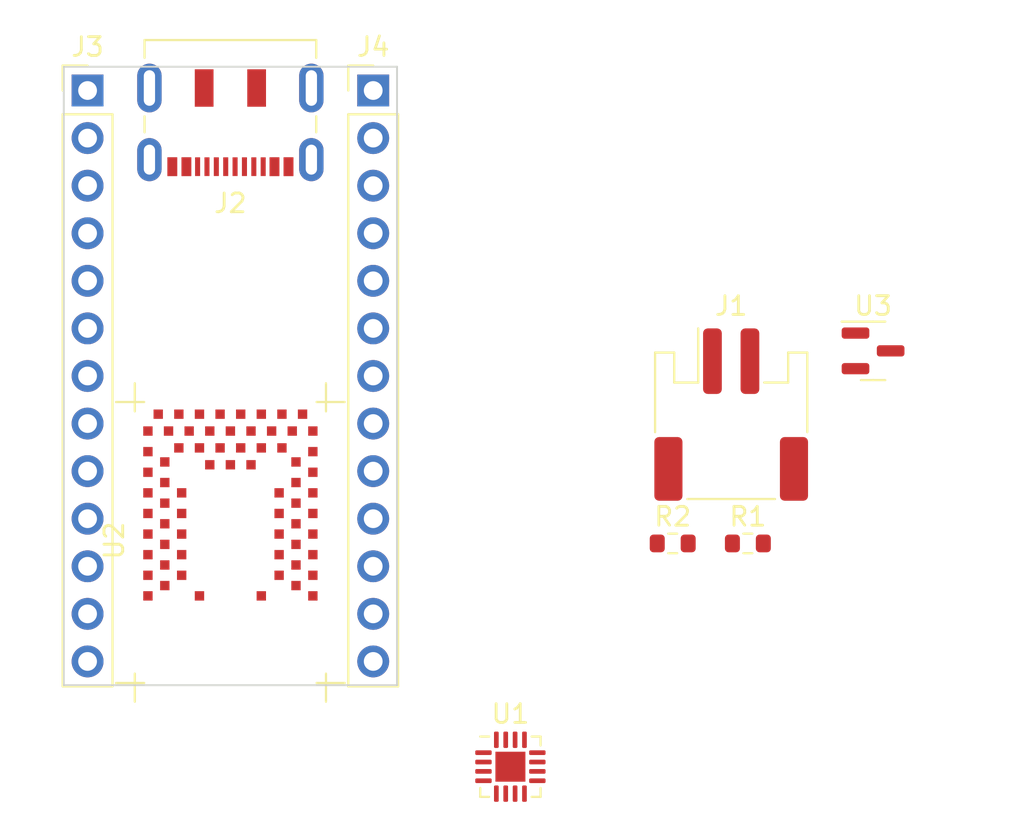
<source format=kicad_pcb>
(kicad_pcb (version 20211014) (generator pcbnew)
  (layers (0 "F.Cu" signal) (31 "B.Cu" signal) (34 "B.Paste" user) (35 "F.Paste" user) (36 "B.SilkS" user "B.Silkscreen") (37 "F.SilkS" user "F.Silkscreen") (38 "B.Mask" user) (39 "F.Mask" user) (44 "Edge.Cuts" user))
  (net 0 "")
  (net 3 "GND")
  (net 4 "VBUS")
  (net 5 "Net-(J2-PadA5)")
  (net 6 "D+")
  (net 7 "D-")
  (net 9 "Net-(J2-PadB5)")
  (net 39 "Net-(U1-Pad2)")
  (net 44 "Net-(U1-Pad17)")
  (net 46 "Net-(U1-Pad10)")
  (footprint "Connector_PinHeader_2.54mm:PinHeader_1x13_P2.54mm_Vertical" (layer "F.Cu") (at 50.8 63.5)
    (fp_text reference "J4" (at 0 -2.33) (layer "F.SilkS"))
    (fp_text value "Conn_01x13")
    (fp_line (start -1.33 0) (end -1.33 -1.33) (layer "F.SilkS") (width 0.12))
    (fp_line (start -1.33 -1.33) (end 0 -1.33) (layer "F.SilkS") (width 0.12))
    (fp_line (start -1.33 31.81) (end 1.33 31.81) (layer "F.SilkS") (width 0.12))
    (fp_line (start 1.33 1.27) (end 1.33 31.81) (layer "F.SilkS") (width 0.12))
    (fp_line (start -1.33 1.27) (end -1.33 31.81) (layer "F.SilkS") (width 0.12))
    (fp_line (start -1.33 1.27) (end 1.33 1.27) (layer "F.SilkS") (width 0.12))
    (pad "1" thru_hole rect (at 0 0) (size 1.7 1.7) (drill 1) (layers *.Cu *.Mask))
    (pad "2" thru_hole oval (at 0 2.54) (size 1.7 1.7) (drill 1) (layers *.Cu *.Mask))
    (pad "3" thru_hole oval (at 0 5.08) (size 1.7 1.7) (drill 1) (layers *.Cu *.Mask))
    (pad "4" thru_hole oval (at 0 7.62) (size 1.7 1.7) (drill 1) (layers *.Cu *.Mask))
    (pad "5" thru_hole oval (at 0 10.16) (size 1.7 1.7) (drill 1) (layers *.Cu *.Mask))
    (pad "6" thru_hole oval (at 0 12.7) (size 1.7 1.7) (drill 1) (layers *.Cu *.Mask))
    (pad "7" thru_hole oval (at 0 15.24) (size 1.7 1.7) (drill 1) (layers *.Cu *.Mask))
    (pad "8" thru_hole oval (at 0 17.78) (size 1.7 1.7) (drill 1) (layers *.Cu *.Mask))
    (pad "9" thru_hole oval (at 0 20.32) (size 1.7 1.7) (drill 1) (layers *.Cu *.Mask))
    (pad "10" thru_hole oval (at 0 22.86) (size 1.7 1.7) (drill 1) (layers *.Cu *.Mask))
    (pad "11" thru_hole oval (at 0 25.4) (size 1.7 1.7) (drill 1) (layers *.Cu *.Mask))
    (pad "12" thru_hole oval (at 0 27.94) (size 1.7 1.7) (drill 1) (layers *.Cu *.Mask))
    (pad "13" thru_hole oval (at 0 30.48) (size 1.7 1.7) (drill 1) (layers *.Cu *.Mask))
  )
  (footprint "Package_TO_SOT_SMD:SOT-23" (layer "F.Cu") (at 77.47 77.4)
    (fp_text reference "U3" (at 0 -2.4) (layer "F.SilkS"))
    (fp_text value "MCP1703Ax-330xxTT")
    (fp_line (start 0 1.56) (end 0.65 1.56) (layer "F.SilkS") (width 0.12))
    (fp_line (start 0 -1.56) (end 0.65 -1.56) (layer "F.SilkS") (width 0.12))
    (fp_line (start 0 1.56) (end -0.65 1.56) (layer "F.SilkS") (width 0.12))
    (fp_line (start 0 -1.56) (end -1.675 -1.56) (layer "F.SilkS") (width 0.12))
    (pad "1" smd roundrect (at -0.9375 -0.95) (size 1.475 0.6) (layers "F.Cu" "F.Paste" "F.Mask"))
    (pad "2" smd roundrect (at -0.9375 0.95) (size 1.475 0.6) (layers "F.Cu" "F.Paste" "F.Mask"))
    (pad "3" smd roundrect (at 0.9375 0) (size 1.475 0.6) (layers "F.Cu" "F.Paste" "F.Mask"))
  )
  (footprint "Resistor_SMD:R_0603_1608Metric" (layer "F.Cu") (at 66.78 87.68)
    (fp_text reference "R2" (at 0 -1.43) (layer "F.SilkS"))
    (fp_text value "5.11k")
    (fp_line (start -0.237258 0.5225) (end 0.237258 0.5225) (layer "F.SilkS") (width 0.12))
    (fp_line (start -0.237258 -0.5225) (end 0.237258 -0.5225) (layer "F.SilkS") (width 0.12))
    (pad "1" smd roundrect (at -0.825 0) (size 0.8 0.95) (layers "F.Cu" "F.Paste" "F.Mask") (net 5 "Net-(J2-PadA5)"))
    (pad "2" smd roundrect (at 0.825 0) (size 0.8 0.95) (layers "F.Cu" "F.Paste" "F.Mask") (net 3 "GND"))
  )
  (footprint "Connector_USB:USB_C_Receptacle_JAE_DX07S016JA1R1500" (layer "F.Cu") (at 43.18 64.516 180)
    (fp_text reference "J2" (at 0 -5) (layer "F.SilkS"))
    (fp_text value "USB_C_Receptacle_USB2.0")
    (fp_line (start -4.58 -1.215) (end -4.58 -0.36) (layer "F.SilkS") (width 0.12))
    (fp_line (start -4.58 3.71) (end 4.58 3.71) (layer "F.SilkS") (width 0.12))
    (fp_line (start 4.58 -1.215) (end 4.58 -0.36) (layer "F.SilkS") (width 0.12))
    (fp_line (start -4.58 2.76) (end -4.58 3.71) (layer "F.SilkS") (width 0.12))
    (fp_line (start 4.58 2.76) (end 4.58 3.71) (layer "F.SilkS") (width 0.12))
    (pad "" smd rect (at -1.4 1.15 180) (size 1 2) (layers "F.Cu" "F.Paste" "F.Mask"))
    (pad "" smd rect (at 1.4 1.15 180) (size 1 2) (layers "F.Cu" "F.Paste" "F.Mask"))
    (pad "" np_thru_hole oval (at 3 -1.95 180) (size 0.85 0.6) (drill oval 0.85 0.6) (layers F&B.Cu *.Mask))
    (pad "" np_thru_hole circle (at -3 -1.95 180) (size 0.6 0.6) (drill 0.6) (layers F&B.Cu *.Mask))
    (pad "A1" smd rect (at -3.1 -3.05 180) (size 0.52 1) (layers "F.Cu" "F.Paste" "F.Mask") (net 3 "GND"))
    (pad "A4" smd rect (at -2.35 -3.05 180) (size 0.52 1) (layers "F.Cu" "F.Paste" "F.Mask") (net 4 "VBUS"))
    (pad "A5" smd rect (at -1.75 -3.05 180) (size 0.27 1) (layers "F.Cu" "F.Paste" "F.Mask") (net 5 "Net-(J2-PadA5)"))
    (pad "A6" smd rect (at -0.25 -3.05 180) (size 0.27 1) (layers "F.Cu" "F.Paste" "F.Mask") (net 6 "D+"))
    (pad "A7" smd rect (at 0.75 -3.05 180) (size 0.27 1) (layers "F.Cu" "F.Paste" "F.Mask") (net 7 "D-"))
    (pad "A8" smd rect (at 1.75 -3.05 180) (size 0.27 1) (layers "F.Cu" "F.Paste" "F.Mask"))
    (pad "A9" smd rect (at 2.35 -3.05 180) (size 0.52 1) (layers "F.Cu" "F.Paste" "F.Mask") (net 4 "VBUS"))
    (pad "A12" smd rect (at 3.1 -3.05 180) (size 0.52 1) (layers "F.Cu" "F.Paste" "F.Mask") (net 3 "GND"))
    (pad "B1" smd rect (at 3.1 -3.05 180) (size 0.52 1) (layers "F.Cu" "F.Paste" "F.Mask") (net 3 "GND"))
    (pad "B4" smd rect (at 2.35 -3.05 180) (size 0.52 1) (layers "F.Cu" "F.Paste" "F.Mask") (net 4 "VBUS"))
    (pad "B5" smd rect (at 1.25 -3.05 180) (size 0.27 1) (layers "F.Cu" "F.Paste" "F.Mask") (net 9 "Net-(J2-PadB5)"))
    (pad "B6" smd rect (at 0.25 -3.05 180) (size 0.27 1) (layers "F.Cu" "F.Paste" "F.Mask") (net 6 "D+"))
    (pad "B7" smd rect (at -0.75 -3.05 180) (size 0.27 1) (layers "F.Cu" "F.Paste" "F.Mask") (net 7 "D-"))
    (pad "B8" smd rect (at -1.25 -3.05 180) (size 0.27 1) (layers "F.Cu" "F.Paste" "F.Mask"))
    (pad "B9" smd rect (at -2.35 -3.05 180) (size 0.52 1) (layers "F.Cu" "F.Paste" "F.Mask") (net 4 "VBUS"))
    (pad "B12" smd rect (at -3.1 -3.05 180) (size 0.52 1) (layers "F.Cu" "F.Paste" "F.Mask") (net 3 "GND"))
    (pad "S1" thru_hole oval (at 4.32 1.15 180) (size 1.3 2.6) (drill oval 0.6 1.9) (layers *.Cu *.Mask))
    (pad "S1" thru_hole oval (at -4.32 -2.675 180) (size 1.3 2.3) (drill oval 0.6 1.6) (layers *.Cu *.Mask))
    (pad "S1" thru_hole oval (at 4.32 -2.675 180) (size 1.3 2.3) (drill oval 0.6 1.6) (layers *.Cu *.Mask))
    (pad "S1" thru_hole oval (at -4.32 1.15 180) (size 1.3 2.6) (drill oval 0.6 1.9) (layers *.Cu *.Mask))
  )
  (footprint "ublox:BMD-340" (layer "F.Cu") (at 43.18 87.63 90)
    (fp_text reference "U2" (at 0.1 -6.2 90) (layer "F.SilkS"))
    (fp_text value "BMD-340")
    (fp_line (start 7.5 4.6) (end 7.5 6.1) (layer "F.SilkS") (width 0.12))
    (fp_line (start -7 -5.1) (end -8.5 -5.1) (layer "F.SilkS") (width 0.12))
    (fp_line (start 7 5.1) (end 8.5 5.1) (layer "F.SilkS") (width 0.12))
    (fp_line (start -7.5 -4.6) (end -7.5 -6.1) (layer "F.SilkS") (width 0.12))
    (fp_line (start -7.5 4.6) (end -7.5 6.1) (layer "F.SilkS") (width 0.12))
    (fp_line (start 7.5 -6.1) (end 7.5 -4.6) (layer "F.SilkS") (width 0.12))
    (fp_line (start 7 -5.1) (end 8.5 -5.1) (layer "F.SilkS") (width 0.12))
    (fp_line (start -7 5.1) (end -8.5 5.1) (layer "F.SilkS") (width 0.12))
    (pad "1" smd rect (at -2.85 4.4 90) (size 0.5 0.5) (layers "F.Cu" "F.Paste" "F.Mask"))
    (pad "2" smd rect (at -2.3 3.5 90) (size 0.5 0.5) (layers "F.Cu" "F.Paste" "F.Mask"))
    (pad "3" smd rect (at -1.75 4.4 90) (size 0.5 0.5) (layers "F.Cu" "F.Paste" "F.Mask"))
    (pad "4" smd rect (at -1.2 3.5 90) (size 0.5 0.5) (layers "F.Cu" "F.Paste" "F.Mask"))
    (pad "5" smd rect (at -0.65 4.4 90) (size 0.5 0.5) (layers "F.Cu" "F.Paste" "F.Mask"))
    (pad "6" smd rect (at -0.1 3.5 90) (size 0.5 0.5) (layers "F.Cu" "F.Paste" "F.Mask"))
    (pad "7" smd rect (at 0.45 4.4 90) (size 0.5 0.5) (layers "F.Cu" "F.Paste" "F.Mask"))
    (pad "8" smd rect (at 1 3.5 90) (size 0.5 0.5) (layers "F.Cu" "F.Paste" "F.Mask"))
    (pad "9" smd rect (at 1.55 4.4 90) (size 0.5 0.5) (layers "F.Cu" "F.Paste" "F.Mask"))
    (pad "10" smd rect (at 2.1 3.5 90) (size 0.5 0.5) (layers "F.Cu" "F.Paste" "F.Mask"))
    (pad "11" smd rect (at 2.65 4.4 90) (size 0.5 0.5) (layers "F.Cu" "F.Paste" "F.Mask"))
    (pad "12" smd rect (at 3.2 3.5 90) (size 0.5 0.5) (layers "F.Cu" "F.Paste" "F.Mask"))
    (pad "13" smd rect (at 3.75 4.4 90) (size 0.5 0.5) (layers "F.Cu" "F.Paste" "F.Mask"))
    (pad "14" smd rect (at 4.3 3.5 90) (size 0.5 0.5) (layers "F.Cu" "F.Paste" "F.Mask"))
    (pad "15" smd rect (at 4.85 4.4 90) (size 0.5 0.5) (layers "F.Cu" "F.Paste" "F.Mask"))
    (pad "16" smd rect (at 5.95 4.4 90) (size 0.5 0.5) (layers "F.Cu" "F.Paste" "F.Mask"))
    (pad "17" smd rect (at 5.95 3.3 90) (size 0.5 0.5) (layers "F.Cu" "F.Paste" "F.Mask"))
    (pad "18" smd rect (at 5.05 2.75 90) (size 0.5 0.5) (layers "F.Cu" "F.Paste" "F.Mask"))
    (pad "19" smd rect (at 5.95 2.2 90) (size 0.5 0.5) (layers "F.Cu" "F.Paste" "F.Mask"))
    (pad "20" smd rect (at 5.05 1.65 90) (size 0.5 0.5) (layers "F.Cu" "F.Paste" "F.Mask"))
    (pad "21" smd rect (at 5.95 1.1 90) (size 0.5 0.5) (layers "F.Cu" "F.Paste" "F.Mask"))
    (pad "22" smd rect (at 5.05 0.55 90) (size 0.5 0.5) (layers "F.Cu" "F.Paste" "F.Mask"))
    (pad "23" smd rect (at 5.95 0 90) (size 0.5 0.5) (layers "F.Cu" "F.Paste" "F.Mask"))
    (pad "24" smd rect (at 5.05 -0.55 90) (size 0.5 0.5) (layers "F.Cu" "F.Paste" "F.Mask"))
    (pad "25" smd rect (at 5.95 -1.1 90) (size 0.5 0.5) (layers "F.Cu" "F.Paste" "F.Mask"))
    (pad "26" smd rect (at 5.05 -1.65 90) (size 0.5 0.5) (layers "F.Cu" "F.Paste" "F.Mask"))
    (pad "27" smd rect (at 5.95 -2.2 90) (size 0.5 0.5) (layers "F.Cu" "F.Paste" "F.Mask"))
    (pad "28" smd rect (at 5.05 -2.75 90) (size 0.5 0.5) (layers "F.Cu" "F.Paste" "F.Mask"))
    (pad "29" smd rect (at 5.95 -3.3 90) (size 0.5 0.5) (layers "F.Cu" "F.Paste" "F.Mask"))
    (pad "30" smd rect (at 5.95 -4.4 90) (size 0.5 0.5) (layers "F.Cu" "F.Paste" "F.Mask"))
    (pad "31" smd rect (at 4.85 -4.4 90) (size 0.5 0.5) (layers "F.Cu" "F.Paste" "F.Mask"))
    (pad "32" smd rect (at 4.3 -3.5 90) (size 0.5 0.5) (layers "F.Cu" "F.Paste" "F.Mask"))
    (pad "33" smd rect (at 3.75 -4.4 90) (size 0.5 0.5) (layers "F.Cu" "F.Paste" "F.Mask"))
    (pad "34" smd rect (at 3.2 -3.5 90) (size 0.5 0.5) (layers "F.Cu" "F.Paste" "F.Mask"))
    (pad "35" smd rect (at 2.65 -4.4 90) (size 0.5 0.5) (layers "F.Cu" "F.Paste" "F.Mask"))
    (pad "36" smd rect (at 2.1 -3.5 90) (size 0.5 0.5) (layers "F.Cu" "F.Paste" "F.Mask"))
    (pad "37" smd rect (at 1.55 -4.4 90) (size 0.5 0.5) (layers "F.Cu" "F.Paste" "F.Mask"))
    (pad "38" smd rect (at 1 -3.5 90) (size 0.5 0.5) (layers "F.Cu" "F.Paste" "F.Mask"))
    (pad "39" smd rect (at 0.45 -4.4 90) (size 0.5 0.5) (layers "F.Cu" "F.Paste" "F.Mask"))
    (pad "40" smd rect (at -0.1 -3.5 90) (size 0.5 0.5) (layers "F.Cu" "F.Paste" "F.Mask"))
    (pad "41" smd rect (at -0.65 -4.4 90) (size 0.5 0.5) (layers "F.Cu" "F.Paste" "F.Mask"))
    (pad "42" smd rect (at -1.2 -3.5 90) (size 0.5 0.5) (layers "F.Cu" "F.Paste" "F.Mask"))
    (pad "43" smd rect (at -1.75 -4.4 90) (size 0.5 0.5) (layers "F.Cu" "F.Paste" "F.Mask"))
    (pad "44" smd rect (at -2.3 -3.5 90) (size 0.5 0.5) (layers "F.Cu" "F.Paste" "F.Mask"))
    (pad "45" smd rect (at -2.85 -4.4 90) (size 0.5 0.5) (layers "F.Cu" "F.Paste" "F.Mask"))
    (pad "46" smd rect (at -2.85 -1.65 90) (size 0.5 0.5) (layers "F.Cu" "F.Paste" "F.Mask"))
    (pad "47" smd rect (at -2.85 1.65 90) (size 0.5 0.5) (layers "F.Cu" "F.Paste" "F.Mask"))
    (pad "48" smd rect (at -1.75 2.6 90) (size 0.5 0.5) (layers "F.Cu" "F.Paste" "F.Mask"))
    (pad "49" smd rect (at -0.65 2.6 90) (size 0.5 0.5) (layers "F.Cu" "F.Paste" "F.Mask"))
    (pad "50" smd rect (at 0.45 2.6 90) (size 0.5 0.5) (layers "F.Cu" "F.Paste" "F.Mask"))
    (pad "51" smd rect (at 1.55 2.6 90) (size 0.5 0.5) (layers "F.Cu" "F.Paste" "F.Mask"))
    (pad "52" smd rect (at 2.65 2.6 90) (size 0.5 0.5) (layers "F.Cu" "F.Paste" "F.Mask"))
    (pad "53" smd rect (at 4.15 1.1 90) (size 0.5 0.5) (layers "F.Cu" "F.Paste" "F.Mask"))
    (pad "54" smd rect (at 4.15 0 90) (size 0.5 0.5) (layers "F.Cu" "F.Paste" "F.Mask"))
    (pad "55" smd rect (at 4.15 -1.1 90) (size 0.5 0.5) (layers "F.Cu" "F.Paste" "F.Mask"))
    (pad "56" smd rect (at 2.65 -2.6 90) (size 0.5 0.5) (layers "F.Cu" "F.Paste" "F.Mask"))
    (pad "57" smd rect (at 1.55 -2.6 90) (size 0.5 0.5) (layers "F.Cu" "F.Paste" "F.Mask"))
    (pad "58" smd rect (at 0.45 -2.6 90) (size 0.5 0.5) (layers "F.Cu" "F.Paste" "F.Mask"))
    (pad "59" smd rect (at -0.65 -2.6 90) (size 0.5 0.5) (layers "F.Cu" "F.Paste" "F.Mask"))
    (pad "60" smd rect (at -1.75 -2.6 90) (size 0.5 0.5) (layers "F.Cu" "F.Paste" "F.Mask"))
    (pad "61" smd rect (at 6.85 3.85 90) (size 0.5 0.5) (layers "F.Cu" "F.Paste" "F.Mask"))
    (pad "62" smd rect (at 6.85 2.75 90) (size 0.5 0.5) (layers "F.Cu" "F.Paste" "F.Mask"))
    (pad "63" smd rect (at 6.85 1.65 90) (size 0.5 0.5) (layers "F.Cu" "F.Paste" "F.Mask"))
    (pad "64" smd rect (at 6.85 0.55 90) (size 0.5 0.5) (layers "F.Cu" "F.Paste" "F.Mask"))
    (pad "65" smd rect (at 6.85 -0.55 90) (size 0.5 0.5) (layers "F.Cu" "F.Paste" "F.Mask"))
    (pad "66" smd rect (at 6.85 -1.65 90) (size 0.5 0.5) (layers "F.Cu" "F.Paste" "F.Mask"))
    (pad "67" smd rect (at 6.85 -2.75 90) (size 0.5 0.5) (layers "F.Cu" "F.Paste" "F.Mask"))
    (pad "68" smd rect (at 6.85 -3.85 90) (size 0.5 0.5) (layers "F.Cu" "F.Paste" "F.Mask"))
  )
  (footprint "Connector_JST:JST_PH_S2B-PH-SM4-TB_1x02-1MP_P2.00mm_Horizontal" (layer "F.Cu") (at 69.9 80.8)
    (fp_text reference "J1" (at 0 -5.8) (layer "F.SilkS"))
    (fp_text value "Conn_01x02")
    (fp_line (start 4.06 0.94) (end 4.06 -3.31) (layer "F.SilkS") (width 0.12))
    (fp_line (start -3.04 -1.71) (end -1.76 -1.71) (layer "F.SilkS") (width 0.12))
    (fp_line (start -2.34 4.51) (end 2.34 4.51) (layer "F.SilkS") (width 0.12))
    (fp_line (start -1.76 -1.71) (end -1.76 -4.6) (layer "F.SilkS") (width 0.12))
    (fp_line (start 3.04 -1.71) (end 1.76 -1.71) (layer "F.SilkS") (width 0.12))
    (fp_line (start 3.04 -3.31) (end 3.04 -1.71) (layer "F.SilkS") (width 0.12))
    (fp_line (start -4.06 0.94) (end -4.06 -3.31) (layer "F.SilkS") (width 0.12))
    (fp_line (start -3.04 -3.31) (end -3.04 -1.71) (layer "F.SilkS") (width 0.12))
    (fp_line (start -4.06 -3.31) (end -3.04 -3.31) (layer "F.SilkS") (width 0.12))
    (fp_line (start 4.06 -3.31) (end 3.04 -3.31) (layer "F.SilkS") (width 0.12))
    (pad "1" smd roundrect (at -1 -2.85) (size 1 3.5) (layers "F.Cu" "F.Paste" "F.Mask"))
    (pad "2" smd roundrect (at 1 -2.85) (size 1 3.5) (layers "F.Cu" "F.Paste" "F.Mask"))
    (pad "MP" smd roundrect (at 3.35 2.9) (size 1.5 3.4) (layers "F.Cu" "F.Paste" "F.Mask") (roundrect_rratio 0.166667))
    (pad "MP" smd roundrect (at -3.35 2.9) (size 1.5 3.4) (layers "F.Cu" "F.Paste" "F.Mask") (roundrect_rratio 0.166667))
  )
  (footprint "Connector_PinHeader_2.54mm:PinHeader_1x13_P2.54mm_Vertical" (layer "F.Cu") (at 35.56 63.5)
    (fp_text reference "J3" (at 0 -2.33) (layer "F.SilkS"))
    (fp_text value "Conn_01x13")
    (fp_line (start -1.33 1.27) (end 1.33 1.27) (layer "F.SilkS") (width 0.12))
    (fp_line (start -1.33 31.81) (end 1.33 31.81) (layer "F.SilkS") (width 0.12))
    (fp_line (start -1.33 1.27) (end -1.33 31.81) (layer "F.SilkS") (width 0.12))
    (fp_line (start -1.33 -1.33) (end 0 -1.33) (layer "F.SilkS") (width 0.12))
    (fp_line (start -1.33 0) (end -1.33 -1.33) (layer "F.SilkS") (width 0.12))
    (fp_line (start 1.33 1.27) (end 1.33 31.81) (layer "F.SilkS") (width 0.12))
    (pad "1" thru_hole rect (at 0 0) (size 1.7 1.7) (drill 1) (layers *.Cu *.Mask))
    (pad "2" thru_hole oval (at 0 2.54) (size 1.7 1.7) (drill 1) (layers *.Cu *.Mask))
    (pad "3" thru_hole oval (at 0 5.08) (size 1.7 1.7) (drill 1) (layers *.Cu *.Mask))
    (pad "4" thru_hole oval (at 0 7.62) (size 1.7 1.7) (drill 1) (layers *.Cu *.Mask))
    (pad "5" thru_hole oval (at 0 10.16) (size 1.7 1.7) (drill 1) (layers *.Cu *.Mask))
    (pad "6" thru_hole oval (at 0 12.7) (size 1.7 1.7) (drill 1) (layers *.Cu *.Mask))
    (pad "7" thru_hole oval (at 0 15.24) (size 1.7 1.7) (drill 1) (layers *.Cu *.Mask))
    (pad "8" thru_hole oval (at 0 17.78) (size 1.7 1.7) (drill 1) (layers *.Cu *.Mask))
    (pad "9" thru_hole oval (at 0 20.32) (size 1.7 1.7) (drill 1) (layers *.Cu *.Mask))
    (pad "10" thru_hole oval (at 0 22.86) (size 1.7 1.7) (drill 1) (layers *.Cu *.Mask))
    (pad "11" thru_hole oval (at 0 25.4) (size 1.7 1.7) (drill 1) (layers *.Cu *.Mask))
    (pad "12" thru_hole oval (at 0 27.94) (size 1.7 1.7) (drill 1) (layers *.Cu *.Mask))
    (pad "13" thru_hole oval (at 0 30.48) (size 1.7 1.7) (drill 1) (layers *.Cu *.Mask))
  )
  (footprint "Package_DFN_QFN:VQFN-16-1EP_3x3mm_P0.5mm_EP1.6x1.6mm" (layer "F.Cu") (at 58.12 99.6)
    (fp_text reference "U1" (at 0 -2.82) (layer "F.SilkS"))
    (fp_text value "BQ24075RGT")
    (fp_line (start -1.61 1.61) (end -1.61 1.135) (layer "F.SilkS") (width 0.12))
    (fp_line (start -1.135 -1.61) (end -1.61 -1.61) (layer "F.SilkS") (width 0.12))
    (fp_line (start 1.61 1.61) (end 1.61 1.135) (layer "F.SilkS") (width 0.12))
    (fp_line (start 1.61 -1.61) (end 1.61 -1.135) (layer "F.SilkS") (width 0.12))
    (fp_line (start 1.135 1.61) (end 1.61 1.61) (layer "F.SilkS") (width 0.12))
    (fp_line (start 1.135 -1.61) (end 1.61 -1.61) (layer "F.SilkS") (width 0.12))
    (fp_line (start -1.135 1.61) (end -1.61 1.61) (layer "F.SilkS") (width 0.12))
    (pad "1" smd roundrect (at -1.4375 -0.75) (size 0.875 0.25) (layers "F.Cu" "F.Paste" "F.Mask"))
    (pad "2" smd roundrect (at -1.4375 -0.25) (size 0.875 0.25) (layers "F.Cu" "F.Paste" "F.Mask") (net 39 "Net-(U1-Pad2)"))
    (pad "3" smd roundrect (at -1.4375 0.25) (size 0.875 0.25) (layers "F.Cu" "F.Paste" "F.Mask") (net 39 "Net-(U1-Pad2)"))
    (pad "4" smd roundrect (at -1.4375 0.75) (size 0.875 0.25) (layers "F.Cu" "F.Paste" "F.Mask"))
    (pad "5" smd roundrect (at -0.75 1.4375) (size 0.25 0.875) (layers "F.Cu" "F.Paste" "F.Mask"))
    (pad "6" smd roundrect (at -0.25 1.4375) (size 0.25 0.875) (layers "F.Cu" "F.Paste" "F.Mask"))
    (pad "7" smd roundrect (at 0.25 1.4375) (size 0.25 0.875) (layers "F.Cu" "F.Paste" "F.Mask"))
    (pad "8" smd roundrect (at 0.75 1.4375) (size 0.25 0.875) (layers "F.Cu" "F.Paste" "F.Mask") (net 44 "Net-(U1-Pad17)"))
    (pad "9" smd roundrect (at 1.4375 0.75) (size 0.875 0.25) (layers "F.Cu" "F.Paste" "F.Mask"))
    (pad "10" smd roundrect (at 1.4375 0.25) (size 0.875 0.25) (layers "F.Cu" "F.Paste" "F.Mask") (net 46 "Net-(U1-Pad10)"))
    (pad "11" smd roundrect (at 1.4375 -0.25) (size 0.875 0.25) (layers "F.Cu" "F.Paste" "F.Mask") (net 46 "Net-(U1-Pad10)"))
    (pad "12" smd roundrect (at 1.4375 -0.75) (size 0.875 0.25) (layers "F.Cu" "F.Paste" "F.Mask"))
    (pad "13" smd roundrect (at 0.75 -1.4375) (size 0.25 0.875) (layers "F.Cu" "F.Paste" "F.Mask"))
    (pad "14" smd roundrect (at 0.25 -1.4375) (size 0.25 0.875) (layers "F.Cu" "F.Paste" "F.Mask"))
    (pad "15" smd roundrect (at -0.25 -1.4375) (size 0.25 0.875) (layers "F.Cu" "F.Paste" "F.Mask"))
    (pad "16" smd roundrect (at -0.75 -1.4375) (size 0.25 0.875) (layers "F.Cu" "F.Paste" "F.Mask"))
    (pad "17" smd rect (at 0 0) (size 1.6 1.6) (layers "F.Cu" "F.Mask") (net 44 "Net-(U1-Pad17)"))
  )
  (footprint "Resistor_SMD:R_0603_1608Metric" (layer "F.Cu") (at 70.79 87.68)
    (fp_text reference "R1" (at 0 -1.43) (layer "F.SilkS"))
    (fp_text value "5.11k")
    (fp_line (start -0.237258 -0.5225) (end 0.237258 -0.5225) (layer "F.SilkS") (width 0.12))
    (fp_line (start -0.237258 0.5225) (end 0.237258 0.5225) (layer "F.SilkS") (width 0.12))
    (pad "1" smd roundrect (at -0.825 0) (size 0.8 0.95) (layers "F.Cu" "F.Paste" "F.Mask") (net 9 "Net-(J2-PadB5)"))
    (pad "2" smd roundrect (at 0.825 0) (size 0.8 0.95) (layers "F.Cu" "F.Paste" "F.Mask") (net 3 "GND"))
  )
  (gr_line (start 52.07 95.25) (end 34.29 95.25) (layer "Edge.Cuts") (width 0.1))
  (gr_line (start 34.29 95.25) (end 34.29 62.23) (layer "Edge.Cuts") (width 0.1))
  (gr_line (start 34.29 62.23) (end 52.07 62.23) (layer "Edge.Cuts") (width 0.1))
  (gr_line (start 52.07 62.23) (end 52.07 95.25) (layer "Edge.Cuts") (width 0.1))
)
</source>
